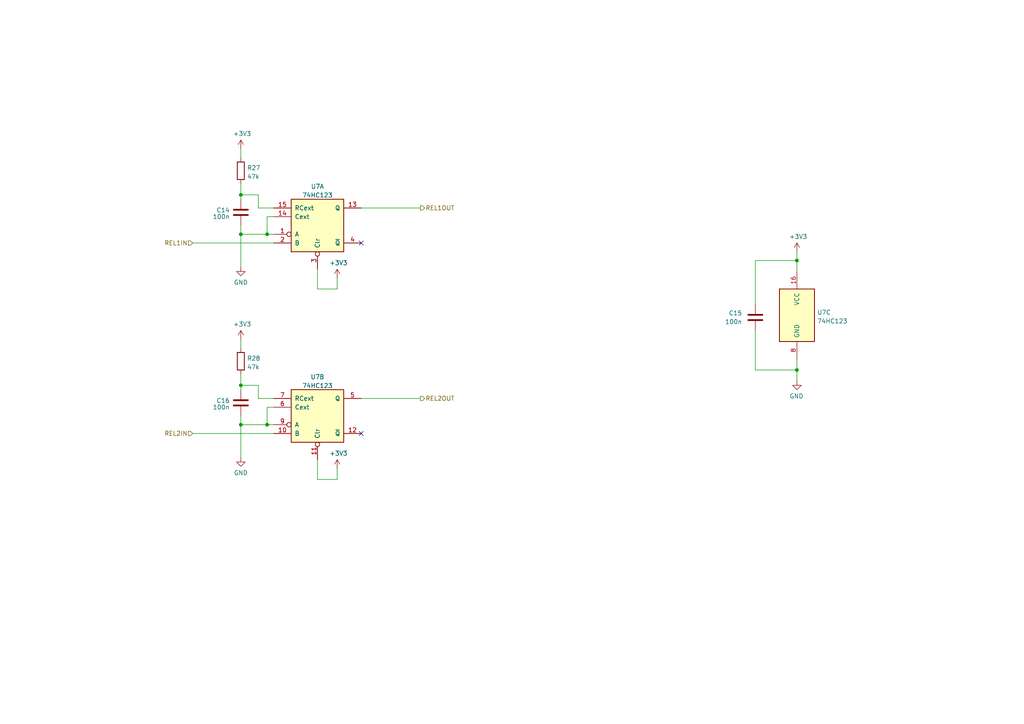
<source format=kicad_sch>
(kicad_sch (version 20211123) (generator eeschema)
  (paper "A4")
  (title_block (title "DCC cutter DC-01 - safe relay signal generation") (company "Model Railroader Club Brno I – KMŽ Brno I – https://kmz-brno.cz/") (comment 1 "Jan Horáček") (comment 2 "https://github.com/kmzbrnoI/dc01") (comment 3 "https://creativecommons.org/licenses/by-sa/4.0/") (comment 4 "Released under the Creative Commons Attribution-ShareAlike 4.0 License"))
  (lib_symbols
    (symbol "74xx:74HC123" (pin_names (offset 1.016))
      (property "Reference" "U" (at -7.62 8.89 0))
      (property "Value" "74HC123" (at -7.62 -8.89 0))
      (symbol "74HC123_1_0"
        (pin input inverted (at -12.7 -2.54 0) (length 5.08) (name "A") (number "1"))
        (pin output line (at 12.7 5.08 180) (length 5.08) (name "Q") (number "13"))
        (pin input line (at -12.7 2.54 0) (length 5.08) (name "Cext") (number "14"))
        (pin input line (at -12.7 5.08 0) (length 5.08) (name "RCext") (number "15"))
        (pin input line (at -12.7 -5.08 0) (length 5.08) (name "B") (number "2"))
        (pin input inverted (at 0 -12.7 90) (length 5.08) (name "Clr") (number "3"))
        (pin output line (at 12.7 -5.08 180) (length 5.08) (name "~{Q}") (number "4"))
      )
      (symbol "74HC123_1_1"
        (rectangle (start -7.62 7.62) (end 7.62 -7.62) (stroke (width 0.254)) (fill (type background)))
      )
      (symbol "74HC123_2_0"
        (pin input line (at -12.7 -5.08 0) (length 5.08) (name "B") (number "10"))
        (pin input inverted (at 0 -12.7 90) (length 5.08) (name "Clr") (number "11"))
        (pin output line (at 12.7 -5.08 180) (length 5.08) (name "~{Q}") (number "12"))
        (pin output line (at 12.7 5.08 180) (length 5.08) (name "Q") (number "5"))
        (pin input line (at -12.7 2.54 0) (length 5.08) (name "Cext") (number "6"))
        (pin input line (at -12.7 5.08 0) (length 5.08) (name "RCext") (number "7"))
        (pin input inverted (at -12.7 -2.54 0) (length 5.08) (name "A") (number "9"))
      )
      (symbol "74HC123_2_1"
        (rectangle (start -7.62 7.62) (end 7.62 -7.62) (stroke (width 0.254)) (fill (type background)))
      )
      (symbol "74HC123_3_0"
        (pin power_in line (at 0 12.7 270) (length 5.08) (name "VCC") (number "16"))
        (pin power_in line (at 0 -12.7 90) (length 5.08) (name "GND") (number "8"))
      )
      (symbol "74HC123_3_1"
        (rectangle (start -5.08 7.62) (end 5.08 -7.62) (stroke (width 0.254)) (fill (type background)))
      )
    )
    (symbol "Device:C" (pin_numbers hide) (pin_names (offset 0.254))
      (property "Reference" "C" (at 0.635 2.54 0))
      (property "Value" "C" (at 0.635 -2.54 0))
      (symbol "C_0_1"
        (polyline (pts (xy -2.032 -0.762) (xy 2.032 -0.762)) (stroke (width 0.508)))
        (polyline (pts (xy -2.032 0.762) (xy 2.032 0.762)) (stroke (width 0.508)))
      )
      (symbol "C_1_1"
        (pin passive line (at 0 3.81 270) (length 2.794) (name "~") (number "1"))
        (pin passive line (at 0 -3.81 90) (length 2.794) (name "~") (number "2"))
      )
    )
    (symbol "Device:R" (pin_numbers hide) (pin_names (offset 0))
      (property "Reference" "R" (at 2.032 0 90))
      (property "Value" "R" (at 0 0 90))
      (symbol "R_0_1"
        (rectangle (start -1.016 -2.54) (end 1.016 2.54) (stroke (width 0.254)))
      )
      (symbol "R_1_1"
        (pin passive line (at 0 3.81 270) (length 1.27) (name "~") (number "1"))
        (pin passive line (at 0 -3.81 90) (length 1.27) (name "~") (number "2"))
      )
    )
    (symbol "power:+3V3" (power) (pin_names (offset 0))
      (property "Value" "+3V3" (at 0 3.556 0))
      (symbol "+3V3_0_1"
        (polyline (pts (xy -0.762 1.27) (xy 0 2.54)))
        (polyline (pts (xy 0 0) (xy 0 2.54)))
        (polyline (pts (xy 0 2.54) (xy 0.762 1.27)))
      )
      (symbol "+3V3_1_1"
        (pin power_in line (at 0 0 90) (length 0) hide (name "+3V3") (number "1"))
      )
    )
    (symbol "power:GND" (power) (pin_names (offset 0))
      (property "Value" "GND" (at 0 -3.81 0))
      (symbol "GND_0_1"
        (polyline (pts (xy 0 0) (xy 0 -1.27) (xy 1.27 -1.27) (xy 0 -2.54) (xy -1.27 -1.27) (xy 0 -1.27)))
      )
      (symbol "GND_1_1"
        (pin power_in line (at 0 0 270) (length 0) hide (name "GND") (number "1"))
      )
    )
  )
  (junction (at 69.85 123.19))
  (junction (at 231.14 107.315))
  (junction (at 231.14 75.565))
  (junction (at 69.85 111.76))
  (junction (at 77.47 67.945))
  (junction (at 69.85 56.515))
  (junction (at 69.85 67.945))
  (junction (at 77.47 123.19))
  (no_connect (at 104.775 70.485))
  (no_connect (at 104.775 125.73))
  (wire (pts (xy 69.85 53.34) (xy 69.85 56.515)))
  (wire (pts (xy 69.85 98.425) (xy 69.85 100.965)))
  (wire (pts (xy 69.85 108.585) (xy 69.85 111.76)))
  (wire (pts (xy 74.93 56.515) (xy 69.85 56.515)))
  (wire (pts (xy 97.79 135.89) (xy 97.79 139.065)))
  (wire (pts (xy 231.14 104.14) (xy 231.14 107.315)))
  (wire (pts (xy 77.47 123.19) (xy 79.375 123.19)))
  (wire (pts (xy 74.93 111.76) (xy 69.85 111.76)))
  (wire (pts (xy 97.79 80.645) (xy 97.79 83.82)))
  (wire (pts (xy 69.85 56.515) (xy 69.85 57.785)))
  (wire (pts (xy 74.93 60.325) (xy 79.375 60.325)))
  (wire (pts (xy 79.375 118.11) (xy 77.47 118.11)))
  (wire (pts (xy 69.85 120.65) (xy 69.85 123.19)))
  (wire (pts (xy 77.47 118.11) (xy 77.47 123.19)))
  (wire (pts (xy 231.14 107.315) (xy 219.075 107.315)))
  (wire (pts (xy 69.85 123.19) (xy 77.47 123.19)))
  (wire (pts (xy 219.075 107.315) (xy 219.075 95.885)))
  (wire (pts (xy 55.88 70.485) (xy 79.375 70.485)))
  (wire (pts (xy 69.85 65.405) (xy 69.85 67.945)))
  (wire (pts (xy 69.85 67.945) (xy 69.85 77.47)))
  (wire (pts (xy 219.075 75.565) (xy 219.075 88.265)))
  (wire (pts (xy 97.79 139.065) (xy 92.075 139.065)))
  (wire (pts (xy 231.14 75.565) (xy 219.075 75.565)))
  (wire (pts (xy 79.375 62.865) (xy 77.47 62.865)))
  (wire (pts (xy 69.85 111.76) (xy 69.85 113.03)))
  (wire (pts (xy 231.14 73.025) (xy 231.14 75.565)))
  (wire (pts (xy 92.075 83.82) (xy 92.075 78.105)))
  (wire (pts (xy 104.775 60.325) (xy 121.92 60.325)))
  (wire (pts (xy 77.47 67.945) (xy 79.375 67.945)))
  (wire (pts (xy 55.88 125.73) (xy 79.375 125.73)))
  (wire (pts (xy 92.075 139.065) (xy 92.075 133.35)))
  (wire (pts (xy 104.775 115.57) (xy 121.92 115.57)))
  (wire (pts (xy 97.79 83.82) (xy 92.075 83.82)))
  (wire (pts (xy 69.85 67.945) (xy 77.47 67.945)))
  (wire (pts (xy 74.93 115.57) (xy 74.93 111.76)))
  (wire (pts (xy 69.85 43.18) (xy 69.85 45.72)))
  (wire (pts (xy 69.85 123.19) (xy 69.85 132.715)))
  (wire (pts (xy 74.93 115.57) (xy 79.375 115.57)))
  (wire (pts (xy 231.14 75.565) (xy 231.14 78.74)))
  (wire (pts (xy 74.93 60.325) (xy 74.93 56.515)))
  (wire (pts (xy 77.47 62.865) (xy 77.47 67.945)))
  (wire (pts (xy 231.14 107.315) (xy 231.14 110.49)))
  (hierarchical_label "REL1IN" (shape input) (at 55.88 70.485 180))
  (hierarchical_label "REL1OUT" (shape output) (at 121.92 60.325 0))
  (hierarchical_label "REL2OUT" (shape output) (at 121.92 115.57 0))
  (hierarchical_label "REL2IN" (shape input) (at 55.88 125.73 180))
  (symbol (lib_id "74xx:74HC123") (at 92.075 65.405 0) (unit 1)
    (property "Reference" "U7" (at 92.075 54.0852 0))
    (property "Value" "74HC123" (at 92.075 56.6221 0))
    (property "Footprint" "Package_SO:SOIC-16_3.9x9.9mm_P1.27mm" (effects hide))
    (property "Datasheet" "https://assets.nexperia.com/documents/data-sheet/74HC_HCT123.pdf" (effects hide))
  )
  (symbol (lib_id "power:GND") (at 69.85 132.715 0) (unit 1)
    (property "Reference" "#PWR043" (effects hide))
    (property "Value" "GND" (at 69.85 137.1584 0))
  )
  (symbol (lib_id "Device:C") (at 69.85 61.595 0) (mirror y) (unit 1)
    (property "Reference" "C14" (at 66.675 60.96 0) (effects (justify left)))
    (property "Value" "100n" (at 66.675 62.865 0) (effects (justify left)))
    (property "Footprint" "Capacitor_SMD:C_0805_2012Metric" (effects hide))
    (property "LCSC" "C49678" (effects hide))
  )
  (symbol (lib_id "power:GND") (at 231.14 110.49 0) (mirror y) (unit 1)
    (property "Reference" "#PWR042" (effects hide))
    (property "Value" "GND" (at 231.013 114.8842 0))
  )
  (symbol (lib_id "power:+3V3") (at 97.79 80.645 0) (unit 1)
    (property "Reference" "#PWR039" (effects hide))
    (property "Value" "+3V3" (at 98.171 76.2508 0))
  )
  (symbol (lib_id "power:+3V3") (at 231.14 73.025 0) (unit 1)
    (property "Reference" "#PWR036" (effects hide))
    (property "Value" "+3V3" (at 231.521 68.6308 0))
  )
  (symbol (lib_id "74xx:74HC123") (at 92.075 120.65 0) (unit 2)
    (property "Reference" "U7" (at 92.075 109.3302 0))
    (property "Value" "74HC123" (at 92.075 111.8671 0))
    (property "Footprint" "Package_SO:SOIC-16_3.9x9.9mm_P1.27mm" (effects hide))
    (property "Datasheet" "https://assets.nexperia.com/documents/data-sheet/74HC_HCT123.pdf" (effects hide))
  )
  (symbol (lib_id "power:+3V3") (at 97.79 135.89 0) (unit 1)
    (property "Reference" "#PWR044" (effects hide))
    (property "Value" "+3V3" (at 98.171 131.4958 0))
  )
  (symbol (lib_id "Device:C") (at 219.075 92.075 0) (unit 1)
    (property "Reference" "C15" (at 215.265 90.805 0) (effects (justify right)))
    (property "Value" "100n" (at 215.265 93.345 0) (effects (justify right)))
    (property "Footprint" "Capacitor_SMD:C_0805_2012Metric" (effects hide))
    (property "LCSC" "C49678" (effects hide))
  )
  (symbol (lib_id "Device:C") (at 69.85 116.84 0) (mirror y) (unit 1)
    (property "Reference" "C16" (at 66.675 116.205 0) (effects (justify left)))
    (property "Value" "100n" (at 66.675 118.11 0) (effects (justify left)))
    (property "Footprint" "Capacitor_SMD:C_0805_2012Metric" (effects hide))
    (property "LCSC" "C49678" (effects hide))
  )
  (symbol (lib_id "power:+3V3") (at 69.85 98.425 0) (unit 1)
    (property "Reference" "#PWR041" (effects hide))
    (property "Value" "+3V3" (at 70.231 94.0308 0))
  )
  (symbol (lib_id "Device:R") (at 69.85 49.53 0) (unit 1)
    (property "Reference" "R27" (at 71.628 48.6953 0) (effects (justify left)))
    (property "Value" "47k" (at 71.628 51.2322 0) (effects (justify left)))
    (property "Footprint" "Resistor_SMD:R_0805_2012Metric" (effects hide))
  )
  (symbol (lib_id "Device:R") (at 69.85 104.775 0) (unit 1)
    (property "Reference" "R28" (at 71.628 103.9403 0) (effects (justify left)))
    (property "Value" "47k" (at 71.628 106.4772 0) (effects (justify left)))
    (property "Footprint" "Resistor_SMD:R_0805_2012Metric" (effects hide))
  )
  (symbol (lib_id "74xx:74HC123") (at 231.14 91.44 0) (unit 3)
    (property "Reference" "U7" (at 236.982 90.6053 0) (effects (justify left)))
    (property "Value" "74HC123" (at 236.982 93.1422 0) (effects (justify left)))
    (property "Footprint" "Package_SO:SOIC-16_3.9x9.9mm_P1.27mm" (effects hide))
    (property "Datasheet" "https://assets.nexperia.com/documents/data-sheet/74HC_HCT123.pdf" (effects hide))
  )
  (symbol (lib_id "power:+3V3") (at 69.85 43.18 0) (unit 1)
    (property "Reference" "#PWR034" (effects hide))
    (property "Value" "+3V3" (at 70.231 38.7858 0))
  )
  (symbol (lib_id "power:GND") (at 69.85 77.47 0) (unit 1)
    (property "Reference" "#PWR038" (effects hide))
    (property "Value" "GND" (at 69.85 81.9134 0))
  )
)
</source>
